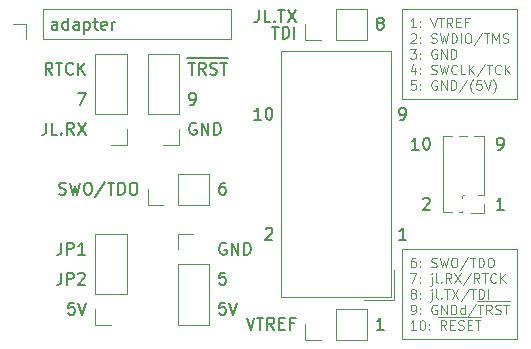
<source format=gto>
G04 #@! TF.GenerationSoftware,KiCad,Pcbnew,5.1.5-52549c5~86~ubuntu19.04.1*
G04 #@! TF.CreationDate,2020-12-11T00:42:32+01:00*
G04 #@! TF.ProjectId,jlink-tagConnect-adapter-v3,6a6c696e-6b2d-4746-9167-436f6e6e6563,rev?*
G04 #@! TF.SameCoordinates,Original*
G04 #@! TF.FileFunction,Legend,Top*
G04 #@! TF.FilePolarity,Positive*
%FSLAX46Y46*%
G04 Gerber Fmt 4.6, Leading zero omitted, Abs format (unit mm)*
G04 Created by KiCad (PCBNEW 5.1.5-52549c5~86~ubuntu19.04.1) date 2020-12-11 00:42:32*
%MOMM*%
%LPD*%
G04 APERTURE LIST*
%ADD10C,0.120000*%
%ADD11C,0.200000*%
%ADD12C,0.150000*%
G04 APERTURE END LIST*
D10*
X126873000Y-120650000D02*
X126873000Y-113030000D01*
X126873000Y-92710000D02*
X126873000Y-100330000D01*
D11*
X97697666Y-94432380D02*
X97697666Y-93908571D01*
X97650047Y-93813333D01*
X97554809Y-93765714D01*
X97364333Y-93765714D01*
X97269095Y-93813333D01*
X97697666Y-94384761D02*
X97602428Y-94432380D01*
X97364333Y-94432380D01*
X97269095Y-94384761D01*
X97221476Y-94289523D01*
X97221476Y-94194285D01*
X97269095Y-94099047D01*
X97364333Y-94051428D01*
X97602428Y-94051428D01*
X97697666Y-94003809D01*
X98602428Y-94432380D02*
X98602428Y-93432380D01*
X98602428Y-94384761D02*
X98507190Y-94432380D01*
X98316714Y-94432380D01*
X98221476Y-94384761D01*
X98173857Y-94337142D01*
X98126238Y-94241904D01*
X98126238Y-93956190D01*
X98173857Y-93860952D01*
X98221476Y-93813333D01*
X98316714Y-93765714D01*
X98507190Y-93765714D01*
X98602428Y-93813333D01*
X99507190Y-94432380D02*
X99507190Y-93908571D01*
X99459571Y-93813333D01*
X99364333Y-93765714D01*
X99173857Y-93765714D01*
X99078619Y-93813333D01*
X99507190Y-94384761D02*
X99411952Y-94432380D01*
X99173857Y-94432380D01*
X99078619Y-94384761D01*
X99031000Y-94289523D01*
X99031000Y-94194285D01*
X99078619Y-94099047D01*
X99173857Y-94051428D01*
X99411952Y-94051428D01*
X99507190Y-94003809D01*
X99983380Y-93765714D02*
X99983380Y-94765714D01*
X99983380Y-93813333D02*
X100078619Y-93765714D01*
X100269095Y-93765714D01*
X100364333Y-93813333D01*
X100411952Y-93860952D01*
X100459571Y-93956190D01*
X100459571Y-94241904D01*
X100411952Y-94337142D01*
X100364333Y-94384761D01*
X100269095Y-94432380D01*
X100078619Y-94432380D01*
X99983380Y-94384761D01*
X100745285Y-93765714D02*
X101126238Y-93765714D01*
X100888142Y-93432380D02*
X100888142Y-94289523D01*
X100935761Y-94384761D01*
X101031000Y-94432380D01*
X101126238Y-94432380D01*
X101840523Y-94384761D02*
X101745285Y-94432380D01*
X101554809Y-94432380D01*
X101459571Y-94384761D01*
X101411952Y-94289523D01*
X101411952Y-93908571D01*
X101459571Y-93813333D01*
X101554809Y-93765714D01*
X101745285Y-93765714D01*
X101840523Y-93813333D01*
X101888142Y-93908571D01*
X101888142Y-94003809D01*
X101411952Y-94099047D01*
X102316714Y-94432380D02*
X102316714Y-93765714D01*
X102316714Y-93956190D02*
X102364333Y-93860952D01*
X102411952Y-93813333D01*
X102507190Y-93765714D01*
X102602428Y-93765714D01*
D10*
X112395000Y-92710000D02*
X96520000Y-92710000D01*
X112395000Y-95250000D02*
X112395000Y-92710000D01*
X96520000Y-95250000D02*
X112395000Y-95250000D01*
X96520000Y-92710000D02*
X96520000Y-95250000D01*
D12*
X111889166Y-107402380D02*
X111698690Y-107402380D01*
X111603452Y-107450000D01*
X111555833Y-107497619D01*
X111460595Y-107640476D01*
X111412976Y-107830952D01*
X111412976Y-108211904D01*
X111460595Y-108307142D01*
X111508214Y-108354761D01*
X111603452Y-108402380D01*
X111793928Y-108402380D01*
X111889166Y-108354761D01*
X111936785Y-108307142D01*
X111984404Y-108211904D01*
X111984404Y-107973809D01*
X111936785Y-107878571D01*
X111889166Y-107830952D01*
X111793928Y-107783333D01*
X111603452Y-107783333D01*
X111508214Y-107830952D01*
X111460595Y-107878571D01*
X111412976Y-107973809D01*
X97867976Y-108354761D02*
X98010833Y-108402380D01*
X98248928Y-108402380D01*
X98344166Y-108354761D01*
X98391785Y-108307142D01*
X98439404Y-108211904D01*
X98439404Y-108116666D01*
X98391785Y-108021428D01*
X98344166Y-107973809D01*
X98248928Y-107926190D01*
X98058452Y-107878571D01*
X97963214Y-107830952D01*
X97915595Y-107783333D01*
X97867976Y-107688095D01*
X97867976Y-107592857D01*
X97915595Y-107497619D01*
X97963214Y-107450000D01*
X98058452Y-107402380D01*
X98296547Y-107402380D01*
X98439404Y-107450000D01*
X98772738Y-107402380D02*
X99010833Y-108402380D01*
X99201309Y-107688095D01*
X99391785Y-108402380D01*
X99629880Y-107402380D01*
X100201309Y-107402380D02*
X100391785Y-107402380D01*
X100487023Y-107450000D01*
X100582261Y-107545238D01*
X100629880Y-107735714D01*
X100629880Y-108069047D01*
X100582261Y-108259523D01*
X100487023Y-108354761D01*
X100391785Y-108402380D01*
X100201309Y-108402380D01*
X100106071Y-108354761D01*
X100010833Y-108259523D01*
X99963214Y-108069047D01*
X99963214Y-107735714D01*
X100010833Y-107545238D01*
X100106071Y-107450000D01*
X100201309Y-107402380D01*
X101772738Y-107354761D02*
X100915595Y-108640476D01*
X101963214Y-107402380D02*
X102534642Y-107402380D01*
X102248928Y-108402380D02*
X102248928Y-107402380D01*
X102867976Y-108402380D02*
X102867976Y-107402380D01*
X103106071Y-107402380D01*
X103248928Y-107450000D01*
X103344166Y-107545238D01*
X103391785Y-107640476D01*
X103439404Y-107830952D01*
X103439404Y-107973809D01*
X103391785Y-108164285D01*
X103344166Y-108259523D01*
X103248928Y-108354761D01*
X103106071Y-108402380D01*
X102867976Y-108402380D01*
X104058452Y-107402380D02*
X104248928Y-107402380D01*
X104344166Y-107450000D01*
X104439404Y-107545238D01*
X104487023Y-107735714D01*
X104487023Y-108069047D01*
X104439404Y-108259523D01*
X104344166Y-108354761D01*
X104248928Y-108402380D01*
X104058452Y-108402380D01*
X103963214Y-108354761D01*
X103867976Y-108259523D01*
X103820357Y-108069047D01*
X103820357Y-107735714D01*
X103867976Y-107545238D01*
X103963214Y-107450000D01*
X104058452Y-107402380D01*
D10*
X136652000Y-120650000D02*
X126873000Y-120650000D01*
X136652000Y-113030000D02*
X136652000Y-120650000D01*
X126873000Y-113030000D02*
X136652000Y-113030000D01*
X136652000Y-100330000D02*
X126873000Y-100330000D01*
X136652000Y-92710000D02*
X136652000Y-100330000D01*
X126873000Y-92710000D02*
X136652000Y-92710000D01*
X127992333Y-113761904D02*
X127839952Y-113761904D01*
X127763761Y-113800000D01*
X127725666Y-113838095D01*
X127649476Y-113952380D01*
X127611380Y-114104761D01*
X127611380Y-114409523D01*
X127649476Y-114485714D01*
X127687571Y-114523809D01*
X127763761Y-114561904D01*
X127916142Y-114561904D01*
X127992333Y-114523809D01*
X128030428Y-114485714D01*
X128068523Y-114409523D01*
X128068523Y-114219047D01*
X128030428Y-114142857D01*
X127992333Y-114104761D01*
X127916142Y-114066666D01*
X127763761Y-114066666D01*
X127687571Y-114104761D01*
X127649476Y-114142857D01*
X127611380Y-114219047D01*
X128411380Y-114485714D02*
X128449476Y-114523809D01*
X128411380Y-114561904D01*
X128373285Y-114523809D01*
X128411380Y-114485714D01*
X128411380Y-114561904D01*
X128411380Y-114066666D02*
X128449476Y-114104761D01*
X128411380Y-114142857D01*
X128373285Y-114104761D01*
X128411380Y-114066666D01*
X128411380Y-114142857D01*
X129363761Y-114523809D02*
X129478047Y-114561904D01*
X129668523Y-114561904D01*
X129744714Y-114523809D01*
X129782809Y-114485714D01*
X129820904Y-114409523D01*
X129820904Y-114333333D01*
X129782809Y-114257142D01*
X129744714Y-114219047D01*
X129668523Y-114180952D01*
X129516142Y-114142857D01*
X129439952Y-114104761D01*
X129401857Y-114066666D01*
X129363761Y-113990476D01*
X129363761Y-113914285D01*
X129401857Y-113838095D01*
X129439952Y-113800000D01*
X129516142Y-113761904D01*
X129706619Y-113761904D01*
X129820904Y-113800000D01*
X130087571Y-113761904D02*
X130278047Y-114561904D01*
X130430428Y-113990476D01*
X130582809Y-114561904D01*
X130773285Y-113761904D01*
X131230428Y-113761904D02*
X131382809Y-113761904D01*
X131459000Y-113800000D01*
X131535190Y-113876190D01*
X131573285Y-114028571D01*
X131573285Y-114295238D01*
X131535190Y-114447619D01*
X131459000Y-114523809D01*
X131382809Y-114561904D01*
X131230428Y-114561904D01*
X131154238Y-114523809D01*
X131078047Y-114447619D01*
X131039952Y-114295238D01*
X131039952Y-114028571D01*
X131078047Y-113876190D01*
X131154238Y-113800000D01*
X131230428Y-113761904D01*
X132487571Y-113723809D02*
X131801857Y-114752380D01*
X132639952Y-113761904D02*
X133097095Y-113761904D01*
X132868523Y-114561904D02*
X132868523Y-113761904D01*
X133363761Y-114561904D02*
X133363761Y-113761904D01*
X133554238Y-113761904D01*
X133668523Y-113800000D01*
X133744714Y-113876190D01*
X133782809Y-113952380D01*
X133820904Y-114104761D01*
X133820904Y-114219047D01*
X133782809Y-114371428D01*
X133744714Y-114447619D01*
X133668523Y-114523809D01*
X133554238Y-114561904D01*
X133363761Y-114561904D01*
X134316142Y-113761904D02*
X134468523Y-113761904D01*
X134544714Y-113800000D01*
X134620904Y-113876190D01*
X134659000Y-114028571D01*
X134659000Y-114295238D01*
X134620904Y-114447619D01*
X134544714Y-114523809D01*
X134468523Y-114561904D01*
X134316142Y-114561904D01*
X134239952Y-114523809D01*
X134163761Y-114447619D01*
X134125666Y-114295238D01*
X134125666Y-114028571D01*
X134163761Y-113876190D01*
X134239952Y-113800000D01*
X134316142Y-113761904D01*
X127573285Y-115081904D02*
X128106619Y-115081904D01*
X127763761Y-115881904D01*
X128411380Y-115805714D02*
X128449476Y-115843809D01*
X128411380Y-115881904D01*
X128373285Y-115843809D01*
X128411380Y-115805714D01*
X128411380Y-115881904D01*
X128411380Y-115386666D02*
X128449476Y-115424761D01*
X128411380Y-115462857D01*
X128373285Y-115424761D01*
X128411380Y-115386666D01*
X128411380Y-115462857D01*
X129401857Y-115348571D02*
X129401857Y-116034285D01*
X129363761Y-116110476D01*
X129287571Y-116148571D01*
X129249476Y-116148571D01*
X129401857Y-115081904D02*
X129363761Y-115120000D01*
X129401857Y-115158095D01*
X129439952Y-115120000D01*
X129401857Y-115081904D01*
X129401857Y-115158095D01*
X129897095Y-115881904D02*
X129820904Y-115843809D01*
X129782809Y-115767619D01*
X129782809Y-115081904D01*
X130201857Y-115805714D02*
X130239952Y-115843809D01*
X130201857Y-115881904D01*
X130163761Y-115843809D01*
X130201857Y-115805714D01*
X130201857Y-115881904D01*
X131039952Y-115881904D02*
X130773285Y-115500952D01*
X130582809Y-115881904D02*
X130582809Y-115081904D01*
X130887571Y-115081904D01*
X130963761Y-115120000D01*
X131001857Y-115158095D01*
X131039952Y-115234285D01*
X131039952Y-115348571D01*
X131001857Y-115424761D01*
X130963761Y-115462857D01*
X130887571Y-115500952D01*
X130582809Y-115500952D01*
X131306619Y-115081904D02*
X131839952Y-115881904D01*
X131839952Y-115081904D02*
X131306619Y-115881904D01*
X132716142Y-115043809D02*
X132030428Y-116072380D01*
X133439952Y-115881904D02*
X133173285Y-115500952D01*
X132982809Y-115881904D02*
X132982809Y-115081904D01*
X133287571Y-115081904D01*
X133363761Y-115120000D01*
X133401857Y-115158095D01*
X133439952Y-115234285D01*
X133439952Y-115348571D01*
X133401857Y-115424761D01*
X133363761Y-115462857D01*
X133287571Y-115500952D01*
X132982809Y-115500952D01*
X133668523Y-115081904D02*
X134125666Y-115081904D01*
X133897095Y-115881904D02*
X133897095Y-115081904D01*
X134849476Y-115805714D02*
X134811380Y-115843809D01*
X134697095Y-115881904D01*
X134620904Y-115881904D01*
X134506619Y-115843809D01*
X134430428Y-115767619D01*
X134392333Y-115691428D01*
X134354238Y-115539047D01*
X134354238Y-115424761D01*
X134392333Y-115272380D01*
X134430428Y-115196190D01*
X134506619Y-115120000D01*
X134620904Y-115081904D01*
X134697095Y-115081904D01*
X134811380Y-115120000D01*
X134849476Y-115158095D01*
X135192333Y-115881904D02*
X135192333Y-115081904D01*
X135649476Y-115881904D02*
X135306619Y-115424761D01*
X135649476Y-115081904D02*
X135192333Y-115539047D01*
X127763761Y-116744761D02*
X127687571Y-116706666D01*
X127649476Y-116668571D01*
X127611380Y-116592380D01*
X127611380Y-116554285D01*
X127649476Y-116478095D01*
X127687571Y-116440000D01*
X127763761Y-116401904D01*
X127916142Y-116401904D01*
X127992333Y-116440000D01*
X128030428Y-116478095D01*
X128068523Y-116554285D01*
X128068523Y-116592380D01*
X128030428Y-116668571D01*
X127992333Y-116706666D01*
X127916142Y-116744761D01*
X127763761Y-116744761D01*
X127687571Y-116782857D01*
X127649476Y-116820952D01*
X127611380Y-116897142D01*
X127611380Y-117049523D01*
X127649476Y-117125714D01*
X127687571Y-117163809D01*
X127763761Y-117201904D01*
X127916142Y-117201904D01*
X127992333Y-117163809D01*
X128030428Y-117125714D01*
X128068523Y-117049523D01*
X128068523Y-116897142D01*
X128030428Y-116820952D01*
X127992333Y-116782857D01*
X127916142Y-116744761D01*
X128411380Y-117125714D02*
X128449476Y-117163809D01*
X128411380Y-117201904D01*
X128373285Y-117163809D01*
X128411380Y-117125714D01*
X128411380Y-117201904D01*
X128411380Y-116706666D02*
X128449476Y-116744761D01*
X128411380Y-116782857D01*
X128373285Y-116744761D01*
X128411380Y-116706666D01*
X128411380Y-116782857D01*
X129401857Y-116668571D02*
X129401857Y-117354285D01*
X129363761Y-117430476D01*
X129287571Y-117468571D01*
X129249476Y-117468571D01*
X129401857Y-116401904D02*
X129363761Y-116440000D01*
X129401857Y-116478095D01*
X129439952Y-116440000D01*
X129401857Y-116401904D01*
X129401857Y-116478095D01*
X129897095Y-117201904D02*
X129820904Y-117163809D01*
X129782809Y-117087619D01*
X129782809Y-116401904D01*
X130201857Y-117125714D02*
X130239952Y-117163809D01*
X130201857Y-117201904D01*
X130163761Y-117163809D01*
X130201857Y-117125714D01*
X130201857Y-117201904D01*
X130468523Y-116401904D02*
X130925666Y-116401904D01*
X130697095Y-117201904D02*
X130697095Y-116401904D01*
X131116142Y-116401904D02*
X131649476Y-117201904D01*
X131649476Y-116401904D02*
X131116142Y-117201904D01*
X132525666Y-116363809D02*
X131839952Y-117392380D01*
X132678047Y-116401904D02*
X133135190Y-116401904D01*
X132906619Y-117201904D02*
X132906619Y-116401904D01*
X133401857Y-117201904D02*
X133401857Y-116401904D01*
X133592333Y-116401904D01*
X133706619Y-116440000D01*
X133782809Y-116516190D01*
X133820904Y-116592380D01*
X133859000Y-116744761D01*
X133859000Y-116859047D01*
X133820904Y-117011428D01*
X133782809Y-117087619D01*
X133706619Y-117163809D01*
X133592333Y-117201904D01*
X133401857Y-117201904D01*
X134201857Y-117201904D02*
X134201857Y-116401904D01*
X127687571Y-118521904D02*
X127839952Y-118521904D01*
X127916142Y-118483809D01*
X127954238Y-118445714D01*
X128030428Y-118331428D01*
X128068523Y-118179047D01*
X128068523Y-117874285D01*
X128030428Y-117798095D01*
X127992333Y-117760000D01*
X127916142Y-117721904D01*
X127763761Y-117721904D01*
X127687571Y-117760000D01*
X127649476Y-117798095D01*
X127611380Y-117874285D01*
X127611380Y-118064761D01*
X127649476Y-118140952D01*
X127687571Y-118179047D01*
X127763761Y-118217142D01*
X127916142Y-118217142D01*
X127992333Y-118179047D01*
X128030428Y-118140952D01*
X128068523Y-118064761D01*
X128411380Y-118445714D02*
X128449476Y-118483809D01*
X128411380Y-118521904D01*
X128373285Y-118483809D01*
X128411380Y-118445714D01*
X128411380Y-118521904D01*
X128411380Y-118026666D02*
X128449476Y-118064761D01*
X128411380Y-118102857D01*
X128373285Y-118064761D01*
X128411380Y-118026666D01*
X128411380Y-118102857D01*
X129820904Y-117760000D02*
X129744714Y-117721904D01*
X129630428Y-117721904D01*
X129516142Y-117760000D01*
X129439952Y-117836190D01*
X129401857Y-117912380D01*
X129363761Y-118064761D01*
X129363761Y-118179047D01*
X129401857Y-118331428D01*
X129439952Y-118407619D01*
X129516142Y-118483809D01*
X129630428Y-118521904D01*
X129706619Y-118521904D01*
X129820904Y-118483809D01*
X129859000Y-118445714D01*
X129859000Y-118179047D01*
X129706619Y-118179047D01*
X130201857Y-118521904D02*
X130201857Y-117721904D01*
X130659000Y-118521904D01*
X130659000Y-117721904D01*
X131039952Y-118521904D02*
X131039952Y-117721904D01*
X131230428Y-117721904D01*
X131344714Y-117760000D01*
X131420904Y-117836190D01*
X131459000Y-117912380D01*
X131497095Y-118064761D01*
X131497095Y-118179047D01*
X131459000Y-118331428D01*
X131420904Y-118407619D01*
X131344714Y-118483809D01*
X131230428Y-118521904D01*
X131039952Y-118521904D01*
X132182809Y-118521904D02*
X132182809Y-117721904D01*
X132182809Y-118483809D02*
X132106619Y-118521904D01*
X131954238Y-118521904D01*
X131878047Y-118483809D01*
X131839952Y-118445714D01*
X131801857Y-118369523D01*
X131801857Y-118140952D01*
X131839952Y-118064761D01*
X131878047Y-118026666D01*
X131954238Y-117988571D01*
X132106619Y-117988571D01*
X132182809Y-118026666D01*
X133135190Y-117683809D02*
X132449476Y-118712380D01*
X133211380Y-117428000D02*
X133820904Y-117428000D01*
X133287571Y-117721904D02*
X133744714Y-117721904D01*
X133516142Y-118521904D02*
X133516142Y-117721904D01*
X133820904Y-117428000D02*
X134620904Y-117428000D01*
X134468523Y-118521904D02*
X134201857Y-118140952D01*
X134011380Y-118521904D02*
X134011380Y-117721904D01*
X134316142Y-117721904D01*
X134392333Y-117760000D01*
X134430428Y-117798095D01*
X134468523Y-117874285D01*
X134468523Y-117988571D01*
X134430428Y-118064761D01*
X134392333Y-118102857D01*
X134316142Y-118140952D01*
X134011380Y-118140952D01*
X134620904Y-117428000D02*
X135382809Y-117428000D01*
X134773285Y-118483809D02*
X134887571Y-118521904D01*
X135078047Y-118521904D01*
X135154238Y-118483809D01*
X135192333Y-118445714D01*
X135230428Y-118369523D01*
X135230428Y-118293333D01*
X135192333Y-118217142D01*
X135154238Y-118179047D01*
X135078047Y-118140952D01*
X134925666Y-118102857D01*
X134849476Y-118064761D01*
X134811380Y-118026666D01*
X134773285Y-117950476D01*
X134773285Y-117874285D01*
X134811380Y-117798095D01*
X134849476Y-117760000D01*
X134925666Y-117721904D01*
X135116142Y-117721904D01*
X135230428Y-117760000D01*
X135382809Y-117428000D02*
X135992333Y-117428000D01*
X135459000Y-117721904D02*
X135916142Y-117721904D01*
X135687571Y-118521904D02*
X135687571Y-117721904D01*
X128068523Y-119841904D02*
X127611380Y-119841904D01*
X127839952Y-119841904D02*
X127839952Y-119041904D01*
X127763761Y-119156190D01*
X127687571Y-119232380D01*
X127611380Y-119270476D01*
X128563761Y-119041904D02*
X128639952Y-119041904D01*
X128716142Y-119080000D01*
X128754238Y-119118095D01*
X128792333Y-119194285D01*
X128830428Y-119346666D01*
X128830428Y-119537142D01*
X128792333Y-119689523D01*
X128754238Y-119765714D01*
X128716142Y-119803809D01*
X128639952Y-119841904D01*
X128563761Y-119841904D01*
X128487571Y-119803809D01*
X128449476Y-119765714D01*
X128411380Y-119689523D01*
X128373285Y-119537142D01*
X128373285Y-119346666D01*
X128411380Y-119194285D01*
X128449476Y-119118095D01*
X128487571Y-119080000D01*
X128563761Y-119041904D01*
X129173285Y-119765714D02*
X129211380Y-119803809D01*
X129173285Y-119841904D01*
X129135190Y-119803809D01*
X129173285Y-119765714D01*
X129173285Y-119841904D01*
X129173285Y-119346666D02*
X129211380Y-119384761D01*
X129173285Y-119422857D01*
X129135190Y-119384761D01*
X129173285Y-119346666D01*
X129173285Y-119422857D01*
X129973285Y-118748000D02*
X130773285Y-118748000D01*
X130620904Y-119841904D02*
X130354238Y-119460952D01*
X130163761Y-119841904D02*
X130163761Y-119041904D01*
X130468523Y-119041904D01*
X130544714Y-119080000D01*
X130582809Y-119118095D01*
X130620904Y-119194285D01*
X130620904Y-119308571D01*
X130582809Y-119384761D01*
X130544714Y-119422857D01*
X130468523Y-119460952D01*
X130163761Y-119460952D01*
X130773285Y-118748000D02*
X131497095Y-118748000D01*
X130963761Y-119422857D02*
X131230428Y-119422857D01*
X131344714Y-119841904D02*
X130963761Y-119841904D01*
X130963761Y-119041904D01*
X131344714Y-119041904D01*
X131497095Y-118748000D02*
X132259000Y-118748000D01*
X131649476Y-119803809D02*
X131763761Y-119841904D01*
X131954238Y-119841904D01*
X132030428Y-119803809D01*
X132068523Y-119765714D01*
X132106619Y-119689523D01*
X132106619Y-119613333D01*
X132068523Y-119537142D01*
X132030428Y-119499047D01*
X131954238Y-119460952D01*
X131801857Y-119422857D01*
X131725666Y-119384761D01*
X131687571Y-119346666D01*
X131649476Y-119270476D01*
X131649476Y-119194285D01*
X131687571Y-119118095D01*
X131725666Y-119080000D01*
X131801857Y-119041904D01*
X131992333Y-119041904D01*
X132106619Y-119080000D01*
X132259000Y-118748000D02*
X132982809Y-118748000D01*
X132449476Y-119422857D02*
X132716142Y-119422857D01*
X132830428Y-119841904D02*
X132449476Y-119841904D01*
X132449476Y-119041904D01*
X132830428Y-119041904D01*
X132982809Y-118748000D02*
X133592333Y-118748000D01*
X133059000Y-119041904D02*
X133516142Y-119041904D01*
X133287571Y-119841904D02*
X133287571Y-119041904D01*
X128068523Y-94241904D02*
X127611380Y-94241904D01*
X127839952Y-94241904D02*
X127839952Y-93441904D01*
X127763761Y-93556190D01*
X127687571Y-93632380D01*
X127611380Y-93670476D01*
X128411380Y-94165714D02*
X128449476Y-94203809D01*
X128411380Y-94241904D01*
X128373285Y-94203809D01*
X128411380Y-94165714D01*
X128411380Y-94241904D01*
X128411380Y-93746666D02*
X128449476Y-93784761D01*
X128411380Y-93822857D01*
X128373285Y-93784761D01*
X128411380Y-93746666D01*
X128411380Y-93822857D01*
X129287571Y-93441904D02*
X129554238Y-94241904D01*
X129820904Y-93441904D01*
X129973285Y-93441904D02*
X130430428Y-93441904D01*
X130201857Y-94241904D02*
X130201857Y-93441904D01*
X131154238Y-94241904D02*
X130887571Y-93860952D01*
X130697095Y-94241904D02*
X130697095Y-93441904D01*
X131001857Y-93441904D01*
X131078047Y-93480000D01*
X131116142Y-93518095D01*
X131154238Y-93594285D01*
X131154238Y-93708571D01*
X131116142Y-93784761D01*
X131078047Y-93822857D01*
X131001857Y-93860952D01*
X130697095Y-93860952D01*
X131497095Y-93822857D02*
X131763761Y-93822857D01*
X131878047Y-94241904D02*
X131497095Y-94241904D01*
X131497095Y-93441904D01*
X131878047Y-93441904D01*
X132487571Y-93822857D02*
X132220904Y-93822857D01*
X132220904Y-94241904D02*
X132220904Y-93441904D01*
X132601857Y-93441904D01*
X127611380Y-94838095D02*
X127649476Y-94800000D01*
X127725666Y-94761904D01*
X127916142Y-94761904D01*
X127992333Y-94800000D01*
X128030428Y-94838095D01*
X128068523Y-94914285D01*
X128068523Y-94990476D01*
X128030428Y-95104761D01*
X127573285Y-95561904D01*
X128068523Y-95561904D01*
X128411380Y-95485714D02*
X128449476Y-95523809D01*
X128411380Y-95561904D01*
X128373285Y-95523809D01*
X128411380Y-95485714D01*
X128411380Y-95561904D01*
X128411380Y-95066666D02*
X128449476Y-95104761D01*
X128411380Y-95142857D01*
X128373285Y-95104761D01*
X128411380Y-95066666D01*
X128411380Y-95142857D01*
X129363761Y-95523809D02*
X129478047Y-95561904D01*
X129668523Y-95561904D01*
X129744714Y-95523809D01*
X129782809Y-95485714D01*
X129820904Y-95409523D01*
X129820904Y-95333333D01*
X129782809Y-95257142D01*
X129744714Y-95219047D01*
X129668523Y-95180952D01*
X129516142Y-95142857D01*
X129439952Y-95104761D01*
X129401857Y-95066666D01*
X129363761Y-94990476D01*
X129363761Y-94914285D01*
X129401857Y-94838095D01*
X129439952Y-94800000D01*
X129516142Y-94761904D01*
X129706619Y-94761904D01*
X129820904Y-94800000D01*
X130087571Y-94761904D02*
X130278047Y-95561904D01*
X130430428Y-94990476D01*
X130582809Y-95561904D01*
X130773285Y-94761904D01*
X131078047Y-95561904D02*
X131078047Y-94761904D01*
X131268523Y-94761904D01*
X131382809Y-94800000D01*
X131459000Y-94876190D01*
X131497095Y-94952380D01*
X131535190Y-95104761D01*
X131535190Y-95219047D01*
X131497095Y-95371428D01*
X131459000Y-95447619D01*
X131382809Y-95523809D01*
X131268523Y-95561904D01*
X131078047Y-95561904D01*
X131878047Y-95561904D02*
X131878047Y-94761904D01*
X132411380Y-94761904D02*
X132563761Y-94761904D01*
X132639952Y-94800000D01*
X132716142Y-94876190D01*
X132754238Y-95028571D01*
X132754238Y-95295238D01*
X132716142Y-95447619D01*
X132639952Y-95523809D01*
X132563761Y-95561904D01*
X132411380Y-95561904D01*
X132335190Y-95523809D01*
X132259000Y-95447619D01*
X132220904Y-95295238D01*
X132220904Y-95028571D01*
X132259000Y-94876190D01*
X132335190Y-94800000D01*
X132411380Y-94761904D01*
X133668523Y-94723809D02*
X132982809Y-95752380D01*
X133820904Y-94761904D02*
X134278047Y-94761904D01*
X134049476Y-95561904D02*
X134049476Y-94761904D01*
X134544714Y-95561904D02*
X134544714Y-94761904D01*
X134811380Y-95333333D01*
X135078047Y-94761904D01*
X135078047Y-95561904D01*
X135420904Y-95523809D02*
X135535190Y-95561904D01*
X135725666Y-95561904D01*
X135801857Y-95523809D01*
X135839952Y-95485714D01*
X135878047Y-95409523D01*
X135878047Y-95333333D01*
X135839952Y-95257142D01*
X135801857Y-95219047D01*
X135725666Y-95180952D01*
X135573285Y-95142857D01*
X135497095Y-95104761D01*
X135459000Y-95066666D01*
X135420904Y-94990476D01*
X135420904Y-94914285D01*
X135459000Y-94838095D01*
X135497095Y-94800000D01*
X135573285Y-94761904D01*
X135763761Y-94761904D01*
X135878047Y-94800000D01*
X127573285Y-96081904D02*
X128068523Y-96081904D01*
X127801857Y-96386666D01*
X127916142Y-96386666D01*
X127992333Y-96424761D01*
X128030428Y-96462857D01*
X128068523Y-96539047D01*
X128068523Y-96729523D01*
X128030428Y-96805714D01*
X127992333Y-96843809D01*
X127916142Y-96881904D01*
X127687571Y-96881904D01*
X127611380Y-96843809D01*
X127573285Y-96805714D01*
X128411380Y-96805714D02*
X128449476Y-96843809D01*
X128411380Y-96881904D01*
X128373285Y-96843809D01*
X128411380Y-96805714D01*
X128411380Y-96881904D01*
X128411380Y-96386666D02*
X128449476Y-96424761D01*
X128411380Y-96462857D01*
X128373285Y-96424761D01*
X128411380Y-96386666D01*
X128411380Y-96462857D01*
X129820904Y-96120000D02*
X129744714Y-96081904D01*
X129630428Y-96081904D01*
X129516142Y-96120000D01*
X129439952Y-96196190D01*
X129401857Y-96272380D01*
X129363761Y-96424761D01*
X129363761Y-96539047D01*
X129401857Y-96691428D01*
X129439952Y-96767619D01*
X129516142Y-96843809D01*
X129630428Y-96881904D01*
X129706619Y-96881904D01*
X129820904Y-96843809D01*
X129859000Y-96805714D01*
X129859000Y-96539047D01*
X129706619Y-96539047D01*
X130201857Y-96881904D02*
X130201857Y-96081904D01*
X130659000Y-96881904D01*
X130659000Y-96081904D01*
X131039952Y-96881904D02*
X131039952Y-96081904D01*
X131230428Y-96081904D01*
X131344714Y-96120000D01*
X131420904Y-96196190D01*
X131459000Y-96272380D01*
X131497095Y-96424761D01*
X131497095Y-96539047D01*
X131459000Y-96691428D01*
X131420904Y-96767619D01*
X131344714Y-96843809D01*
X131230428Y-96881904D01*
X131039952Y-96881904D01*
X127992333Y-97668571D02*
X127992333Y-98201904D01*
X127801857Y-97363809D02*
X127611380Y-97935238D01*
X128106619Y-97935238D01*
X128411380Y-98125714D02*
X128449476Y-98163809D01*
X128411380Y-98201904D01*
X128373285Y-98163809D01*
X128411380Y-98125714D01*
X128411380Y-98201904D01*
X128411380Y-97706666D02*
X128449476Y-97744761D01*
X128411380Y-97782857D01*
X128373285Y-97744761D01*
X128411380Y-97706666D01*
X128411380Y-97782857D01*
X129363761Y-98163809D02*
X129478047Y-98201904D01*
X129668523Y-98201904D01*
X129744714Y-98163809D01*
X129782809Y-98125714D01*
X129820904Y-98049523D01*
X129820904Y-97973333D01*
X129782809Y-97897142D01*
X129744714Y-97859047D01*
X129668523Y-97820952D01*
X129516142Y-97782857D01*
X129439952Y-97744761D01*
X129401857Y-97706666D01*
X129363761Y-97630476D01*
X129363761Y-97554285D01*
X129401857Y-97478095D01*
X129439952Y-97440000D01*
X129516142Y-97401904D01*
X129706619Y-97401904D01*
X129820904Y-97440000D01*
X130087571Y-97401904D02*
X130278047Y-98201904D01*
X130430428Y-97630476D01*
X130582809Y-98201904D01*
X130773285Y-97401904D01*
X131535190Y-98125714D02*
X131497095Y-98163809D01*
X131382809Y-98201904D01*
X131306619Y-98201904D01*
X131192333Y-98163809D01*
X131116142Y-98087619D01*
X131078047Y-98011428D01*
X131039952Y-97859047D01*
X131039952Y-97744761D01*
X131078047Y-97592380D01*
X131116142Y-97516190D01*
X131192333Y-97440000D01*
X131306619Y-97401904D01*
X131382809Y-97401904D01*
X131497095Y-97440000D01*
X131535190Y-97478095D01*
X132259000Y-98201904D02*
X131878047Y-98201904D01*
X131878047Y-97401904D01*
X132525666Y-98201904D02*
X132525666Y-97401904D01*
X132982809Y-98201904D02*
X132639952Y-97744761D01*
X132982809Y-97401904D02*
X132525666Y-97859047D01*
X133897095Y-97363809D02*
X133211380Y-98392380D01*
X134049476Y-97401904D02*
X134506619Y-97401904D01*
X134278047Y-98201904D02*
X134278047Y-97401904D01*
X135230428Y-98125714D02*
X135192333Y-98163809D01*
X135078047Y-98201904D01*
X135001857Y-98201904D01*
X134887571Y-98163809D01*
X134811380Y-98087619D01*
X134773285Y-98011428D01*
X134735190Y-97859047D01*
X134735190Y-97744761D01*
X134773285Y-97592380D01*
X134811380Y-97516190D01*
X134887571Y-97440000D01*
X135001857Y-97401904D01*
X135078047Y-97401904D01*
X135192333Y-97440000D01*
X135230428Y-97478095D01*
X135573285Y-98201904D02*
X135573285Y-97401904D01*
X136030428Y-98201904D02*
X135687571Y-97744761D01*
X136030428Y-97401904D02*
X135573285Y-97859047D01*
X128030428Y-98721904D02*
X127649476Y-98721904D01*
X127611380Y-99102857D01*
X127649476Y-99064761D01*
X127725666Y-99026666D01*
X127916142Y-99026666D01*
X127992333Y-99064761D01*
X128030428Y-99102857D01*
X128068523Y-99179047D01*
X128068523Y-99369523D01*
X128030428Y-99445714D01*
X127992333Y-99483809D01*
X127916142Y-99521904D01*
X127725666Y-99521904D01*
X127649476Y-99483809D01*
X127611380Y-99445714D01*
X128411380Y-99445714D02*
X128449476Y-99483809D01*
X128411380Y-99521904D01*
X128373285Y-99483809D01*
X128411380Y-99445714D01*
X128411380Y-99521904D01*
X128411380Y-99026666D02*
X128449476Y-99064761D01*
X128411380Y-99102857D01*
X128373285Y-99064761D01*
X128411380Y-99026666D01*
X128411380Y-99102857D01*
X129820904Y-98760000D02*
X129744714Y-98721904D01*
X129630428Y-98721904D01*
X129516142Y-98760000D01*
X129439952Y-98836190D01*
X129401857Y-98912380D01*
X129363761Y-99064761D01*
X129363761Y-99179047D01*
X129401857Y-99331428D01*
X129439952Y-99407619D01*
X129516142Y-99483809D01*
X129630428Y-99521904D01*
X129706619Y-99521904D01*
X129820904Y-99483809D01*
X129859000Y-99445714D01*
X129859000Y-99179047D01*
X129706619Y-99179047D01*
X130201857Y-99521904D02*
X130201857Y-98721904D01*
X130659000Y-99521904D01*
X130659000Y-98721904D01*
X131039952Y-99521904D02*
X131039952Y-98721904D01*
X131230428Y-98721904D01*
X131344714Y-98760000D01*
X131420904Y-98836190D01*
X131459000Y-98912380D01*
X131497095Y-99064761D01*
X131497095Y-99179047D01*
X131459000Y-99331428D01*
X131420904Y-99407619D01*
X131344714Y-99483809D01*
X131230428Y-99521904D01*
X131039952Y-99521904D01*
X132411380Y-98683809D02*
X131725666Y-99712380D01*
X132906619Y-99826666D02*
X132868523Y-99788571D01*
X132792333Y-99674285D01*
X132754238Y-99598095D01*
X132716142Y-99483809D01*
X132678047Y-99293333D01*
X132678047Y-99140952D01*
X132716142Y-98950476D01*
X132754238Y-98836190D01*
X132792333Y-98760000D01*
X132868523Y-98645714D01*
X132906619Y-98607619D01*
X133592333Y-98721904D02*
X133211380Y-98721904D01*
X133173285Y-99102857D01*
X133211380Y-99064761D01*
X133287571Y-99026666D01*
X133478047Y-99026666D01*
X133554238Y-99064761D01*
X133592333Y-99102857D01*
X133630428Y-99179047D01*
X133630428Y-99369523D01*
X133592333Y-99445714D01*
X133554238Y-99483809D01*
X133478047Y-99521904D01*
X133287571Y-99521904D01*
X133211380Y-99483809D01*
X133173285Y-99445714D01*
X133859000Y-98721904D02*
X134125666Y-99521904D01*
X134392333Y-98721904D01*
X134582809Y-99826666D02*
X134620904Y-99788571D01*
X134697095Y-99674285D01*
X134735190Y-99598095D01*
X134773285Y-99483809D01*
X134811380Y-99293333D01*
X134811380Y-99140952D01*
X134773285Y-98950476D01*
X134735190Y-98836190D01*
X134697095Y-98760000D01*
X134620904Y-98645714D01*
X134582809Y-98607619D01*
D12*
X114964642Y-102052380D02*
X114393214Y-102052380D01*
X114678928Y-102052380D02*
X114678928Y-101052380D01*
X114583690Y-101195238D01*
X114488452Y-101290476D01*
X114393214Y-101338095D01*
X115583690Y-101052380D02*
X115678928Y-101052380D01*
X115774166Y-101100000D01*
X115821785Y-101147619D01*
X115869404Y-101242857D01*
X115917023Y-101433333D01*
X115917023Y-101671428D01*
X115869404Y-101861904D01*
X115821785Y-101957142D01*
X115774166Y-102004761D01*
X115678928Y-102052380D01*
X115583690Y-102052380D01*
X115488452Y-102004761D01*
X115440833Y-101957142D01*
X115393214Y-101861904D01*
X115345595Y-101671428D01*
X115345595Y-101433333D01*
X115393214Y-101242857D01*
X115440833Y-101147619D01*
X115488452Y-101100000D01*
X115583690Y-101052380D01*
X115345595Y-111307619D02*
X115393214Y-111260000D01*
X115488452Y-111212380D01*
X115726547Y-111212380D01*
X115821785Y-111260000D01*
X115869404Y-111307619D01*
X115917023Y-111402857D01*
X115917023Y-111498095D01*
X115869404Y-111640952D01*
X115297976Y-112212380D01*
X115917023Y-112212380D01*
X126748214Y-102052380D02*
X126938690Y-102052380D01*
X127033928Y-102004761D01*
X127081547Y-101957142D01*
X127176785Y-101814285D01*
X127224404Y-101623809D01*
X127224404Y-101242857D01*
X127176785Y-101147619D01*
X127129166Y-101100000D01*
X127033928Y-101052380D01*
X126843452Y-101052380D01*
X126748214Y-101100000D01*
X126700595Y-101147619D01*
X126652976Y-101242857D01*
X126652976Y-101480952D01*
X126700595Y-101576190D01*
X126748214Y-101623809D01*
X126843452Y-101671428D01*
X127033928Y-101671428D01*
X127129166Y-101623809D01*
X127176785Y-101576190D01*
X127224404Y-101480952D01*
X127224404Y-112212380D02*
X126652976Y-112212380D01*
X126938690Y-112212380D02*
X126938690Y-111212380D01*
X126843452Y-111355238D01*
X126748214Y-111450476D01*
X126652976Y-111498095D01*
X113726785Y-118832380D02*
X114060119Y-119832380D01*
X114393452Y-118832380D01*
X114583928Y-118832380D02*
X115155357Y-118832380D01*
X114869642Y-119832380D02*
X114869642Y-118832380D01*
X116060119Y-119832380D02*
X115726785Y-119356190D01*
X115488690Y-119832380D02*
X115488690Y-118832380D01*
X115869642Y-118832380D01*
X115964880Y-118880000D01*
X116012500Y-118927619D01*
X116060119Y-119022857D01*
X116060119Y-119165714D01*
X116012500Y-119260952D01*
X115964880Y-119308571D01*
X115869642Y-119356190D01*
X115488690Y-119356190D01*
X116488690Y-119308571D02*
X116822023Y-119308571D01*
X116964880Y-119832380D02*
X116488690Y-119832380D01*
X116488690Y-118832380D01*
X116964880Y-118832380D01*
X117726785Y-119308571D02*
X117393452Y-119308571D01*
X117393452Y-119832380D02*
X117393452Y-118832380D01*
X117869642Y-118832380D01*
X98042023Y-112482380D02*
X98042023Y-113196666D01*
X97994404Y-113339523D01*
X97899166Y-113434761D01*
X97756309Y-113482380D01*
X97661071Y-113482380D01*
X98518214Y-113482380D02*
X98518214Y-112482380D01*
X98899166Y-112482380D01*
X98994404Y-112530000D01*
X99042023Y-112577619D01*
X99089642Y-112672857D01*
X99089642Y-112815714D01*
X99042023Y-112910952D01*
X98994404Y-112958571D01*
X98899166Y-113006190D01*
X98518214Y-113006190D01*
X100042023Y-113482380D02*
X99470595Y-113482380D01*
X99756309Y-113482380D02*
X99756309Y-112482380D01*
X99661071Y-112625238D01*
X99565833Y-112720476D01*
X99470595Y-112768095D01*
X98042023Y-115022380D02*
X98042023Y-115736666D01*
X97994404Y-115879523D01*
X97899166Y-115974761D01*
X97756309Y-116022380D01*
X97661071Y-116022380D01*
X98518214Y-116022380D02*
X98518214Y-115022380D01*
X98899166Y-115022380D01*
X98994404Y-115070000D01*
X99042023Y-115117619D01*
X99089642Y-115212857D01*
X99089642Y-115355714D01*
X99042023Y-115450952D01*
X98994404Y-115498571D01*
X98899166Y-115546190D01*
X98518214Y-115546190D01*
X99470595Y-115117619D02*
X99518214Y-115070000D01*
X99613452Y-115022380D01*
X99851547Y-115022380D01*
X99946785Y-115070000D01*
X99994404Y-115117619D01*
X100042023Y-115212857D01*
X100042023Y-115308095D01*
X99994404Y-115450952D01*
X99422976Y-116022380D01*
X100042023Y-116022380D01*
X128299642Y-104592380D02*
X127728214Y-104592380D01*
X128013928Y-104592380D02*
X128013928Y-103592380D01*
X127918690Y-103735238D01*
X127823452Y-103830476D01*
X127728214Y-103878095D01*
X128918690Y-103592380D02*
X129013928Y-103592380D01*
X129109166Y-103640000D01*
X129156785Y-103687619D01*
X129204404Y-103782857D01*
X129252023Y-103973333D01*
X129252023Y-104211428D01*
X129204404Y-104401904D01*
X129156785Y-104497142D01*
X129109166Y-104544761D01*
X129013928Y-104592380D01*
X128918690Y-104592380D01*
X128823452Y-104544761D01*
X128775833Y-104497142D01*
X128728214Y-104401904D01*
X128680595Y-104211428D01*
X128680595Y-103973333D01*
X128728214Y-103782857D01*
X128775833Y-103687619D01*
X128823452Y-103640000D01*
X128918690Y-103592380D01*
X135003214Y-104592380D02*
X135193690Y-104592380D01*
X135288928Y-104544761D01*
X135336547Y-104497142D01*
X135431785Y-104354285D01*
X135479404Y-104163809D01*
X135479404Y-103782857D01*
X135431785Y-103687619D01*
X135384166Y-103640000D01*
X135288928Y-103592380D01*
X135098452Y-103592380D01*
X135003214Y-103640000D01*
X134955595Y-103687619D01*
X134907976Y-103782857D01*
X134907976Y-104020952D01*
X134955595Y-104116190D01*
X135003214Y-104163809D01*
X135098452Y-104211428D01*
X135288928Y-104211428D01*
X135384166Y-104163809D01*
X135431785Y-104116190D01*
X135479404Y-104020952D01*
X128680595Y-108767619D02*
X128728214Y-108720000D01*
X128823452Y-108672380D01*
X129061547Y-108672380D01*
X129156785Y-108720000D01*
X129204404Y-108767619D01*
X129252023Y-108862857D01*
X129252023Y-108958095D01*
X129204404Y-109100952D01*
X128632976Y-109672380D01*
X129252023Y-109672380D01*
X135479404Y-109672380D02*
X134907976Y-109672380D01*
X135193690Y-109672380D02*
X135193690Y-108672380D01*
X135098452Y-108815238D01*
X135003214Y-108910476D01*
X134907976Y-108958095D01*
X125319404Y-119832380D02*
X124747976Y-119832380D01*
X125033690Y-119832380D02*
X125033690Y-118832380D01*
X124938452Y-118975238D01*
X124843214Y-119070476D01*
X124747976Y-119118095D01*
X115869642Y-94194380D02*
X116441071Y-94194380D01*
X116155357Y-95194380D02*
X116155357Y-94194380D01*
X116774404Y-95194380D02*
X116774404Y-94194380D01*
X117012500Y-94194380D01*
X117155357Y-94242000D01*
X117250595Y-94337238D01*
X117298214Y-94432476D01*
X117345833Y-94622952D01*
X117345833Y-94765809D01*
X117298214Y-94956285D01*
X117250595Y-95051523D01*
X117155357Y-95146761D01*
X117012500Y-95194380D01*
X116774404Y-95194380D01*
X117774404Y-95194380D02*
X117774404Y-94194380D01*
X114774404Y-92797380D02*
X114774404Y-93511666D01*
X114726785Y-93654523D01*
X114631547Y-93749761D01*
X114488690Y-93797380D01*
X114393452Y-93797380D01*
X115726785Y-93797380D02*
X115250595Y-93797380D01*
X115250595Y-92797380D01*
X116060119Y-93702142D02*
X116107738Y-93749761D01*
X116060119Y-93797380D01*
X116012500Y-93749761D01*
X116060119Y-93702142D01*
X116060119Y-93797380D01*
X116393452Y-92797380D02*
X116964880Y-92797380D01*
X116679166Y-93797380D02*
X116679166Y-92797380D01*
X117202976Y-92797380D02*
X117869642Y-93797380D01*
X117869642Y-92797380D02*
X117202976Y-93797380D01*
X124938452Y-93860952D02*
X124843214Y-93813333D01*
X124795595Y-93765714D01*
X124747976Y-93670476D01*
X124747976Y-93622857D01*
X124795595Y-93527619D01*
X124843214Y-93480000D01*
X124938452Y-93432380D01*
X125128928Y-93432380D01*
X125224166Y-93480000D01*
X125271785Y-93527619D01*
X125319404Y-93622857D01*
X125319404Y-93670476D01*
X125271785Y-93765714D01*
X125224166Y-93813333D01*
X125128928Y-93860952D01*
X124938452Y-93860952D01*
X124843214Y-93908571D01*
X124795595Y-93956190D01*
X124747976Y-94051428D01*
X124747976Y-94241904D01*
X124795595Y-94337142D01*
X124843214Y-94384761D01*
X124938452Y-94432380D01*
X125128928Y-94432380D01*
X125224166Y-94384761D01*
X125271785Y-94337142D01*
X125319404Y-94241904D01*
X125319404Y-94051428D01*
X125271785Y-93956190D01*
X125224166Y-93908571D01*
X125128928Y-93860952D01*
X111984404Y-112530000D02*
X111889166Y-112482380D01*
X111746309Y-112482380D01*
X111603452Y-112530000D01*
X111508214Y-112625238D01*
X111460595Y-112720476D01*
X111412976Y-112910952D01*
X111412976Y-113053809D01*
X111460595Y-113244285D01*
X111508214Y-113339523D01*
X111603452Y-113434761D01*
X111746309Y-113482380D01*
X111841547Y-113482380D01*
X111984404Y-113434761D01*
X112032023Y-113387142D01*
X112032023Y-113053809D01*
X111841547Y-113053809D01*
X112460595Y-113482380D02*
X112460595Y-112482380D01*
X113032023Y-113482380D01*
X113032023Y-112482380D01*
X113508214Y-113482380D02*
X113508214Y-112482380D01*
X113746309Y-112482380D01*
X113889166Y-112530000D01*
X113984404Y-112625238D01*
X114032023Y-112720476D01*
X114079642Y-112910952D01*
X114079642Y-113053809D01*
X114032023Y-113244285D01*
X113984404Y-113339523D01*
X113889166Y-113434761D01*
X113746309Y-113482380D01*
X113508214Y-113482380D01*
X111936785Y-117562380D02*
X111460595Y-117562380D01*
X111412976Y-118038571D01*
X111460595Y-117990952D01*
X111555833Y-117943333D01*
X111793928Y-117943333D01*
X111889166Y-117990952D01*
X111936785Y-118038571D01*
X111984404Y-118133809D01*
X111984404Y-118371904D01*
X111936785Y-118467142D01*
X111889166Y-118514761D01*
X111793928Y-118562380D01*
X111555833Y-118562380D01*
X111460595Y-118514761D01*
X111412976Y-118467142D01*
X112270119Y-117562380D02*
X112603452Y-118562380D01*
X112936785Y-117562380D01*
X111936785Y-115022380D02*
X111460595Y-115022380D01*
X111412976Y-115498571D01*
X111460595Y-115450952D01*
X111555833Y-115403333D01*
X111793928Y-115403333D01*
X111889166Y-115450952D01*
X111936785Y-115498571D01*
X111984404Y-115593809D01*
X111984404Y-115831904D01*
X111936785Y-115927142D01*
X111889166Y-115974761D01*
X111793928Y-116022380D01*
X111555833Y-116022380D01*
X111460595Y-115974761D01*
X111412976Y-115927142D01*
X99137261Y-117562380D02*
X98661071Y-117562380D01*
X98613452Y-118038571D01*
X98661071Y-117990952D01*
X98756309Y-117943333D01*
X98994404Y-117943333D01*
X99089642Y-117990952D01*
X99137261Y-118038571D01*
X99184880Y-118133809D01*
X99184880Y-118371904D01*
X99137261Y-118467142D01*
X99089642Y-118514761D01*
X98994404Y-118562380D01*
X98756309Y-118562380D01*
X98661071Y-118514761D01*
X98613452Y-118467142D01*
X99470595Y-117562380D02*
X99803928Y-118562380D01*
X100137261Y-117562380D01*
X109444404Y-102370000D02*
X109349166Y-102322380D01*
X109206309Y-102322380D01*
X109063452Y-102370000D01*
X108968214Y-102465238D01*
X108920595Y-102560476D01*
X108872976Y-102750952D01*
X108872976Y-102893809D01*
X108920595Y-103084285D01*
X108968214Y-103179523D01*
X109063452Y-103274761D01*
X109206309Y-103322380D01*
X109301547Y-103322380D01*
X109444404Y-103274761D01*
X109492023Y-103227142D01*
X109492023Y-102893809D01*
X109301547Y-102893809D01*
X109920595Y-103322380D02*
X109920595Y-102322380D01*
X110492023Y-103322380D01*
X110492023Y-102322380D01*
X110968214Y-103322380D02*
X110968214Y-102322380D01*
X111206309Y-102322380D01*
X111349166Y-102370000D01*
X111444404Y-102465238D01*
X111492023Y-102560476D01*
X111539642Y-102750952D01*
X111539642Y-102893809D01*
X111492023Y-103084285D01*
X111444404Y-103179523D01*
X111349166Y-103274761D01*
X111206309Y-103322380D01*
X110968214Y-103322380D01*
X108968214Y-100782380D02*
X109158690Y-100782380D01*
X109253928Y-100734761D01*
X109301547Y-100687142D01*
X109396785Y-100544285D01*
X109444404Y-100353809D01*
X109444404Y-99972857D01*
X109396785Y-99877619D01*
X109349166Y-99830000D01*
X109253928Y-99782380D01*
X109063452Y-99782380D01*
X108968214Y-99830000D01*
X108920595Y-99877619D01*
X108872976Y-99972857D01*
X108872976Y-100210952D01*
X108920595Y-100306190D01*
X108968214Y-100353809D01*
X109063452Y-100401428D01*
X109253928Y-100401428D01*
X109349166Y-100353809D01*
X109396785Y-100306190D01*
X109444404Y-100210952D01*
X108682500Y-96875000D02*
X109444404Y-96875000D01*
X108777738Y-97242380D02*
X109349166Y-97242380D01*
X109063452Y-98242380D02*
X109063452Y-97242380D01*
X109444404Y-96875000D02*
X110444404Y-96875000D01*
X110253928Y-98242380D02*
X109920595Y-97766190D01*
X109682500Y-98242380D02*
X109682500Y-97242380D01*
X110063452Y-97242380D01*
X110158690Y-97290000D01*
X110206309Y-97337619D01*
X110253928Y-97432857D01*
X110253928Y-97575714D01*
X110206309Y-97670952D01*
X110158690Y-97718571D01*
X110063452Y-97766190D01*
X109682500Y-97766190D01*
X110444404Y-96875000D02*
X111396785Y-96875000D01*
X110634880Y-98194761D02*
X110777738Y-98242380D01*
X111015833Y-98242380D01*
X111111071Y-98194761D01*
X111158690Y-98147142D01*
X111206309Y-98051904D01*
X111206309Y-97956666D01*
X111158690Y-97861428D01*
X111111071Y-97813809D01*
X111015833Y-97766190D01*
X110825357Y-97718571D01*
X110730119Y-97670952D01*
X110682500Y-97623333D01*
X110634880Y-97528095D01*
X110634880Y-97432857D01*
X110682500Y-97337619D01*
X110730119Y-97290000D01*
X110825357Y-97242380D01*
X111063452Y-97242380D01*
X111206309Y-97290000D01*
X111396785Y-96875000D02*
X112158690Y-96875000D01*
X111492023Y-97242380D02*
X112063452Y-97242380D01*
X111777738Y-98242380D02*
X111777738Y-97242380D01*
X96756309Y-102322380D02*
X96756309Y-103036666D01*
X96708690Y-103179523D01*
X96613452Y-103274761D01*
X96470595Y-103322380D01*
X96375357Y-103322380D01*
X97708690Y-103322380D02*
X97232500Y-103322380D01*
X97232500Y-102322380D01*
X98042023Y-103227142D02*
X98089642Y-103274761D01*
X98042023Y-103322380D01*
X97994404Y-103274761D01*
X98042023Y-103227142D01*
X98042023Y-103322380D01*
X99089642Y-103322380D02*
X98756309Y-102846190D01*
X98518214Y-103322380D02*
X98518214Y-102322380D01*
X98899166Y-102322380D01*
X98994404Y-102370000D01*
X99042023Y-102417619D01*
X99089642Y-102512857D01*
X99089642Y-102655714D01*
X99042023Y-102750952D01*
X98994404Y-102798571D01*
X98899166Y-102846190D01*
X98518214Y-102846190D01*
X99422976Y-102322380D02*
X100089642Y-103322380D01*
X100089642Y-102322380D02*
X99422976Y-103322380D01*
X99422976Y-99782380D02*
X100089642Y-99782380D01*
X99661071Y-100782380D01*
X97280119Y-98242380D02*
X96946785Y-97766190D01*
X96708690Y-98242380D02*
X96708690Y-97242380D01*
X97089642Y-97242380D01*
X97184880Y-97290000D01*
X97232500Y-97337619D01*
X97280119Y-97432857D01*
X97280119Y-97575714D01*
X97232500Y-97670952D01*
X97184880Y-97718571D01*
X97089642Y-97766190D01*
X96708690Y-97766190D01*
X97565833Y-97242380D02*
X98137261Y-97242380D01*
X97851547Y-98242380D02*
X97851547Y-97242380D01*
X99042023Y-98147142D02*
X98994404Y-98194761D01*
X98851547Y-98242380D01*
X98756309Y-98242380D01*
X98613452Y-98194761D01*
X98518214Y-98099523D01*
X98470595Y-98004285D01*
X98422976Y-97813809D01*
X98422976Y-97670952D01*
X98470595Y-97480476D01*
X98518214Y-97385238D01*
X98613452Y-97290000D01*
X98756309Y-97242380D01*
X98851547Y-97242380D01*
X98994404Y-97290000D01*
X99042023Y-97337619D01*
X99470595Y-98242380D02*
X99470595Y-97242380D01*
X100042023Y-98242380D02*
X99613452Y-97670952D01*
X100042023Y-97242380D02*
X99470595Y-97813809D01*
D10*
X105350000Y-109280000D02*
X105350000Y-107950000D01*
X106680000Y-109280000D02*
X105350000Y-109280000D01*
X107950000Y-109280000D02*
X107950000Y-106620000D01*
X107950000Y-106620000D02*
X110550000Y-106620000D01*
X107950000Y-109280000D02*
X110550000Y-109280000D01*
X110550000Y-109280000D02*
X110550000Y-106620000D01*
X133845000Y-109980000D02*
X132715000Y-109980000D01*
X133845000Y-109220000D02*
X133845000Y-109980000D01*
X131137470Y-109915000D02*
X130315000Y-109915000D01*
X131955000Y-109915000D02*
X131752530Y-109915000D01*
X131955000Y-109783471D02*
X131955000Y-109915000D01*
X131955000Y-108513471D02*
X131955000Y-108656529D01*
X132151529Y-108460000D02*
X132008471Y-108460000D01*
X133845000Y-108460000D02*
X133278471Y-108460000D01*
X130315000Y-109915000D02*
X130315000Y-103445000D01*
X133845000Y-108460000D02*
X133845000Y-103445000D01*
X132407470Y-103445000D02*
X131752530Y-103445000D01*
X131137470Y-103445000D02*
X130315000Y-103445000D01*
X133845000Y-103445000D02*
X133022530Y-103445000D01*
X126210000Y-117360000D02*
X123670000Y-117360000D01*
X126210000Y-117360000D02*
X126210000Y-114820000D01*
X125960000Y-117110000D02*
X116610000Y-117110000D01*
X125960000Y-96250000D02*
X125960000Y-117110000D01*
X116610000Y-96250000D02*
X125960000Y-96250000D01*
X116610000Y-117110000D02*
X116610000Y-96250000D01*
X93980000Y-93920000D02*
X95090000Y-93920000D01*
X95090000Y-93920000D02*
X95090000Y-95250000D01*
X102235000Y-119440000D02*
X100905000Y-119440000D01*
X100905000Y-119440000D02*
X100905000Y-118110000D01*
X100905000Y-116840000D02*
X100905000Y-111700000D01*
X103565000Y-111700000D02*
X100905000Y-111700000D01*
X103565000Y-116840000D02*
X103565000Y-111700000D01*
X103565000Y-116840000D02*
X100905000Y-116840000D01*
X118685000Y-120710000D02*
X118685000Y-119380000D01*
X120015000Y-120710000D02*
X118685000Y-120710000D01*
X121285000Y-120710000D02*
X121285000Y-118050000D01*
X121285000Y-118050000D02*
X123885000Y-118050000D01*
X121285000Y-120710000D02*
X123885000Y-120710000D01*
X123885000Y-120710000D02*
X123885000Y-118050000D01*
X118685000Y-95310000D02*
X118685000Y-93980000D01*
X120015000Y-95310000D02*
X118685000Y-95310000D01*
X121285000Y-95310000D02*
X121285000Y-92650000D01*
X121285000Y-92650000D02*
X123885000Y-92650000D01*
X121285000Y-95310000D02*
X123885000Y-95310000D01*
X123885000Y-95310000D02*
X123885000Y-92650000D01*
X107890000Y-111700000D02*
X109220000Y-111700000D01*
X107890000Y-113030000D02*
X107890000Y-111700000D01*
X107890000Y-114300000D02*
X110550000Y-114300000D01*
X110550000Y-114300000D02*
X110550000Y-119440000D01*
X107890000Y-114300000D02*
X107890000Y-119440000D01*
X107890000Y-119440000D02*
X110550000Y-119440000D01*
X108010000Y-104200000D02*
X106680000Y-104200000D01*
X108010000Y-102870000D02*
X108010000Y-104200000D01*
X108010000Y-101600000D02*
X105350000Y-101600000D01*
X105350000Y-101600000D02*
X105350000Y-96460000D01*
X108010000Y-101600000D02*
X108010000Y-96460000D01*
X108010000Y-96460000D02*
X105350000Y-96460000D01*
X103565000Y-104200000D02*
X102235000Y-104200000D01*
X103565000Y-102870000D02*
X103565000Y-104200000D01*
X103565000Y-101600000D02*
X100905000Y-101600000D01*
X100905000Y-101600000D02*
X100905000Y-96460000D01*
X103565000Y-101600000D02*
X103565000Y-96460000D01*
X103565000Y-96460000D02*
X100905000Y-96460000D01*
M02*

</source>
